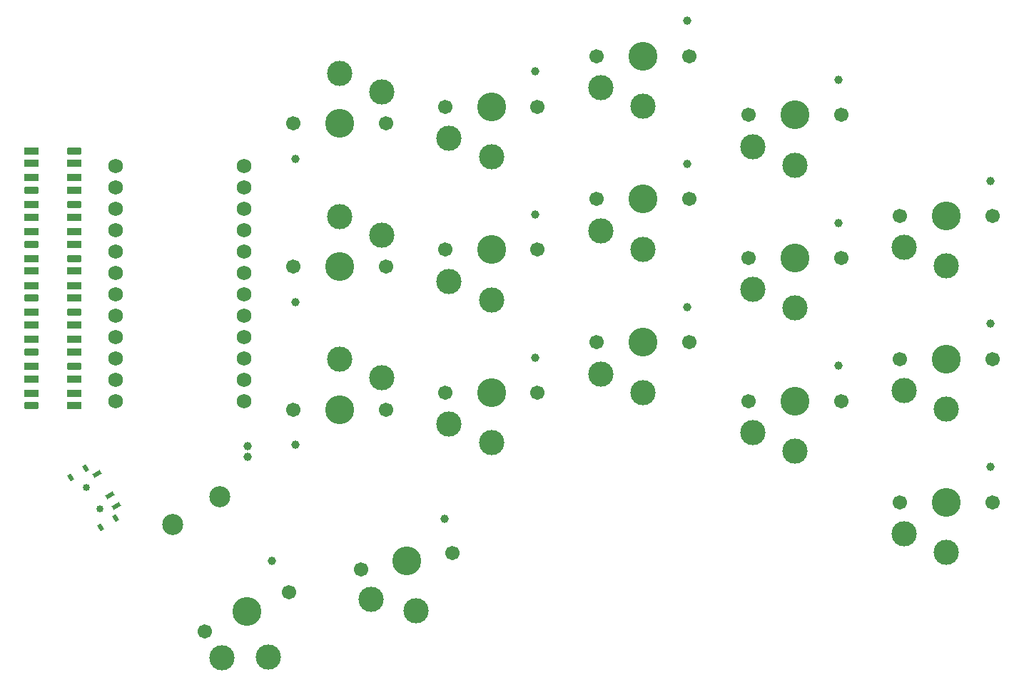
<source format=gts>
G04 #@! TF.GenerationSoftware,KiCad,Pcbnew,7.0.6*
G04 #@! TF.CreationDate,2024-09-20T23:27:03+02:00*
G04 #@! TF.ProjectId,KoalaKeeb_v0.2_right,4b6f616c-614b-4656-9562-5f76302e325f,rev?*
G04 #@! TF.SameCoordinates,Original*
G04 #@! TF.FileFunction,Soldermask,Top*
G04 #@! TF.FilePolarity,Negative*
%FSLAX46Y46*%
G04 Gerber Fmt 4.6, Leading zero omitted, Abs format (unit mm)*
G04 Created by KiCad (PCBNEW 7.0.6) date 2024-09-20 23:27:03*
%MOMM*%
%LPD*%
G01*
G04 APERTURE LIST*
G04 Aperture macros list*
%AMRoundRect*
0 Rectangle with rounded corners*
0 $1 Rounding radius*
0 $2 $3 $4 $5 $6 $7 $8 $9 X,Y pos of 4 corners*
0 Add a 4 corners polygon primitive as box body*
4,1,4,$2,$3,$4,$5,$6,$7,$8,$9,$2,$3,0*
0 Add four circle primitives for the rounded corners*
1,1,$1+$1,$2,$3*
1,1,$1+$1,$4,$5*
1,1,$1+$1,$6,$7*
1,1,$1+$1,$8,$9*
0 Add four rect primitives between the rounded corners*
20,1,$1+$1,$2,$3,$4,$5,0*
20,1,$1+$1,$4,$5,$6,$7,0*
20,1,$1+$1,$6,$7,$8,$9,0*
20,1,$1+$1,$8,$9,$2,$3,0*%
%AMRotRect*
0 Rectangle, with rotation*
0 The origin of the aperture is its center*
0 $1 length*
0 $2 width*
0 $3 Rotation angle, in degrees counterclockwise*
0 Add horizontal line*
21,1,$1,$2,0,0,$3*%
G04 Aperture macros list end*
%ADD10C,0.850000*%
%ADD11RotRect,0.500000X1.000000X301.000000*%
%ADD12RotRect,0.500000X0.800000X31.000000*%
%ADD13C,1.000000*%
%ADD14C,1.701800*%
%ADD15C,3.000000*%
%ADD16C,3.429000*%
%ADD17C,0.990600*%
%ADD18R,1.700000X0.820000*%
%ADD19RoundRect,0.205000X0.645000X0.205000X-0.645000X0.205000X-0.645000X-0.205000X0.645000X-0.205000X0*%
%ADD20RoundRect,0.205000X-0.645000X-0.205000X0.645000X-0.205000X0.645000X0.205000X-0.645000X0.205000X0*%
%ADD21C,2.500000*%
%ADD22C,1.752600*%
G04 APERTURE END LIST*
D10*
X47987443Y-81214249D03*
X49532557Y-83785751D03*
D11*
X49186924Y-79618553D03*
X50732038Y-82190055D03*
X51504595Y-83475806D03*
D12*
X51436907Y-84916437D03*
X49636856Y-85998017D03*
X46083093Y-80083563D03*
X47883144Y-79001983D03*
D13*
X67096000Y-76375000D03*
X67096000Y-77625000D03*
D14*
X144500000Y-66000000D03*
D15*
X145000000Y-69750000D03*
D16*
X150000000Y-66000000D03*
D15*
X150000000Y-71950000D03*
D17*
X155220000Y-61800000D03*
D14*
X155500000Y-66000000D03*
X126500000Y-54000000D03*
D15*
X127000000Y-57750000D03*
D16*
X132000000Y-54000000D03*
D15*
X132000000Y-59950000D03*
D17*
X137220000Y-49800000D03*
D14*
X137500000Y-54000000D03*
D18*
X46550000Y-63650000D03*
X46550000Y-65150000D03*
D19*
X41450000Y-65150000D03*
D18*
X41450000Y-63650000D03*
X41450000Y-49150000D03*
X41450000Y-47650000D03*
D20*
X46550000Y-47650000D03*
D18*
X46550000Y-49150000D03*
D14*
X80583557Y-90955065D03*
D15*
X81727142Y-94561270D03*
D16*
X86000000Y-90000000D03*
D15*
X87033207Y-95859606D03*
D17*
X90411374Y-84957364D03*
D14*
X91416443Y-89044935D03*
X108500000Y-64000000D03*
D15*
X109000000Y-67750000D03*
D16*
X114000000Y-64000000D03*
D15*
X114000000Y-69950000D03*
D17*
X119220000Y-59800000D03*
D14*
X119500000Y-64000000D03*
X90500000Y-70000000D03*
D15*
X91000000Y-73750000D03*
D16*
X96000000Y-70000000D03*
D15*
X96000000Y-75950000D03*
D17*
X101220000Y-65800000D03*
D14*
X101500000Y-70000000D03*
X126500000Y-71000000D03*
D15*
X127000000Y-74750000D03*
D16*
X132000000Y-71000000D03*
D15*
X132000000Y-76950000D03*
D17*
X137220000Y-66800000D03*
D14*
X137500000Y-71000000D03*
D18*
X41450000Y-42750000D03*
X41450000Y-41250000D03*
D20*
X46550000Y-41250000D03*
D18*
X46550000Y-42750000D03*
D14*
X62015307Y-98324400D03*
D15*
X64053280Y-101511746D03*
D16*
X67000000Y-96000000D03*
D15*
X69514579Y-101392531D03*
D17*
X69955930Y-89987440D03*
D14*
X71984693Y-93675600D03*
D18*
X41450000Y-68350000D03*
X41450000Y-66850000D03*
D20*
X46550000Y-66850000D03*
D18*
X46550000Y-68350000D03*
D14*
X90500000Y-36000000D03*
D15*
X91000000Y-39750000D03*
D16*
X96000000Y-36000000D03*
D15*
X96000000Y-41950000D03*
D17*
X101220000Y-31800000D03*
D14*
X101500000Y-36000000D03*
D18*
X46550000Y-44450000D03*
X46550000Y-45950000D03*
D19*
X41450000Y-45950000D03*
D18*
X41450000Y-44450000D03*
D14*
X90500000Y-53000000D03*
D15*
X91000000Y-56750000D03*
D16*
X96000000Y-53000000D03*
D15*
X96000000Y-58950000D03*
D17*
X101220000Y-48800000D03*
D14*
X101500000Y-53000000D03*
X83500000Y-55000000D03*
D15*
X83000000Y-51250000D03*
D16*
X78000000Y-55000000D03*
D15*
X78000000Y-49050000D03*
D17*
X72780000Y-59200000D03*
D14*
X72500000Y-55000000D03*
X83500000Y-38000000D03*
D15*
X83000000Y-34250000D03*
D16*
X78000000Y-38000000D03*
D15*
X78000000Y-32050000D03*
D17*
X72780000Y-42200000D03*
D14*
X72500000Y-38000000D03*
D21*
X63814583Y-82375000D03*
X58185417Y-85625000D03*
D22*
X51380000Y-43030000D03*
X51380000Y-45570000D03*
X51380000Y-48110000D03*
X51380000Y-50650000D03*
X51380000Y-53190000D03*
X51380000Y-55730000D03*
X51380000Y-58270000D03*
X51380000Y-60810000D03*
X51380000Y-63350000D03*
X51380000Y-65890000D03*
X51380000Y-68430000D03*
X51380000Y-70970000D03*
X66620000Y-70970000D03*
X66620000Y-68430000D03*
X66620000Y-65890000D03*
X66620000Y-63350000D03*
X66620000Y-60810000D03*
X66620000Y-58270000D03*
X66620000Y-55730000D03*
X66620000Y-53190000D03*
X66620000Y-50650000D03*
X66620000Y-48110000D03*
X66620000Y-45570000D03*
X66620000Y-43030000D03*
D14*
X144500000Y-49000000D03*
D15*
X145000000Y-52750000D03*
D16*
X150000000Y-49000000D03*
D15*
X150000000Y-54950000D03*
D17*
X155220000Y-44800000D03*
D14*
X155500000Y-49000000D03*
X108500000Y-30000000D03*
D15*
X109000000Y-33750000D03*
D16*
X114000000Y-30000000D03*
D15*
X114000000Y-35950000D03*
D17*
X119220000Y-25800000D03*
D14*
X119500000Y-30000000D03*
X108500000Y-47000000D03*
D15*
X109000000Y-50750000D03*
D16*
X114000000Y-47000000D03*
D15*
X114000000Y-52950000D03*
D17*
X119220000Y-42800000D03*
D14*
X119500000Y-47000000D03*
D18*
X41450000Y-61950000D03*
X41450000Y-60450000D03*
D20*
X46550000Y-60450000D03*
D18*
X46550000Y-61950000D03*
D14*
X83500000Y-72000000D03*
D15*
X83000000Y-68250000D03*
D16*
X78000000Y-72000000D03*
D15*
X78000000Y-66050000D03*
D17*
X72780000Y-76200000D03*
D14*
X72500000Y-72000000D03*
X144500000Y-83000000D03*
D15*
X145000000Y-86750000D03*
D16*
X150000000Y-83000000D03*
D15*
X150000000Y-88950000D03*
D17*
X155220000Y-78800000D03*
D14*
X155500000Y-83000000D03*
D18*
X46550000Y-50850000D03*
X46550000Y-52350000D03*
D19*
X41450000Y-52350000D03*
D18*
X41450000Y-50850000D03*
X46550000Y-57250000D03*
X46550000Y-58750000D03*
D19*
X41450000Y-58750000D03*
D18*
X41450000Y-57250000D03*
X41450000Y-55550000D03*
X41450000Y-54050000D03*
D20*
X46550000Y-54050000D03*
D18*
X46550000Y-55550000D03*
D14*
X126500000Y-37000000D03*
D15*
X127000000Y-40750000D03*
D16*
X132000000Y-37000000D03*
D15*
X132000000Y-42950000D03*
D17*
X137220000Y-32800000D03*
D14*
X137500000Y-37000000D03*
D18*
X46550000Y-70050000D03*
X46550000Y-71550000D03*
D19*
X41450000Y-71550000D03*
D18*
X41450000Y-70050000D03*
M02*

</source>
